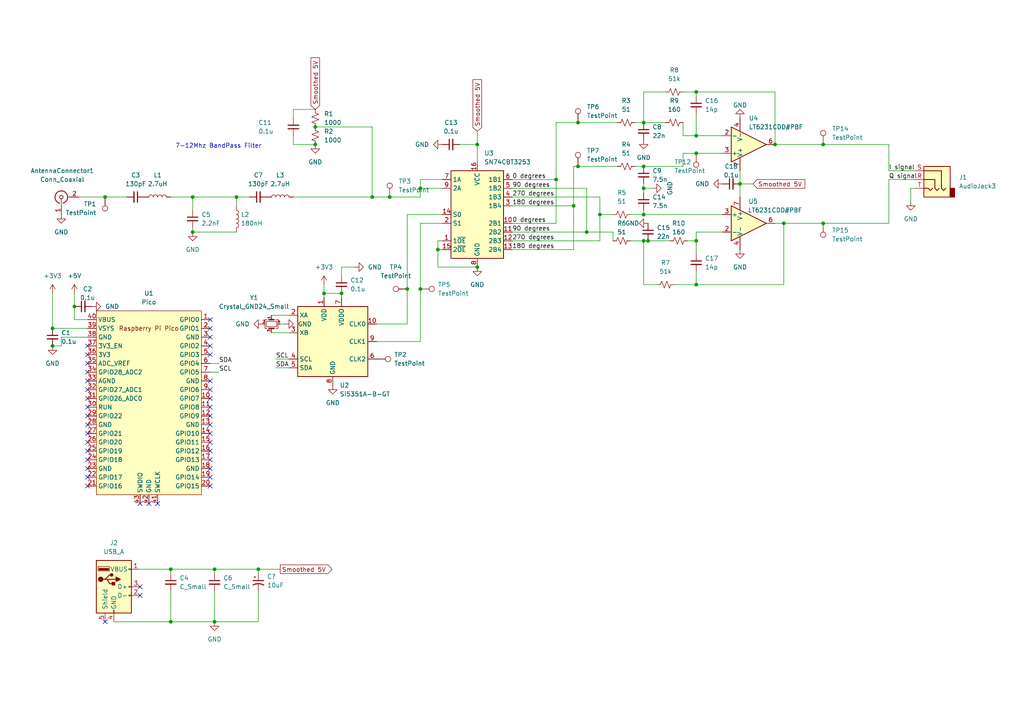
<source format=kicad_sch>
(kicad_sch (version 20211123) (generator eeschema)
  (paper "A4")
  (lib_symbols
    (symbol "Amplifier_Operational:OPA333xxD" (pin_names (offset 0.127))
      (property "Reference" "U" (at 0 6.35 0))
      (property "Value" "OPA333xxD" (at 0 3.81 0))
      (symbol "OPA333xxD_0_1"
        (polyline (pts (xy -5.08 5.08) (xy 5.08 0) (xy -5.08 -5.08) (xy -5.08 5.08)) (stroke (width 0.254)) (fill (type background)))
      )
      (symbol "OPA333xxD_1_1"
        (pin no_connect line (at -2.54 2.54 270) (length 2.54) hide (name "NC") (number "1"))
        (pin input line (at -7.62 -2.54 0) (length 2.54) (name "-") (number "2"))
        (pin input line (at -7.62 2.54 0) (length 2.54) (name "+") (number "3"))
        (pin power_in line (at -2.54 -7.62 90) (length 3.81) (name "V-") (number "4"))
        (pin no_connect line (at 0 2.54 270) (length 2.54) hide (name "NC") (number "5"))
        (pin output line (at 7.62 0 180) (length 2.54) (name "~") (number "6"))
        (pin power_in line (at -2.54 7.62 270) (length 3.81) (name "V+") (number "7"))
        (pin no_connect line (at 0 -2.54 90) (length 2.54) hide (name "NC") (number "8"))
      )
    )
    (symbol "Analog_Switch:SN74CBT3253"
      (property "Reference" "U" (at -7.62 13.97 0))
      (property "Value" "SN74CBT3253" (at -11.43 -13.97 0))
      (symbol "SN74CBT3253_0_1"
        (rectangle (start -7.62 12.7) (end 7.62 -12.7) (stroke (width 0.254)) (fill (type background)))
        (rectangle (start 7.62 -12.7) (end 7.62 -12.7))
      )
      (symbol "SN74CBT3253_1_1"
        (pin input line (at -10.16 -7.62 0) (length 2.54) (name "1~{OE}") (number "1"))
        (pin bidirectional line (at 10.16 -2.54 180) (length 2.54) (name "2B1") (number "10"))
        (pin bidirectional line (at 10.16 -5.08 180) (length 2.54) (name "2B2") (number "11"))
        (pin bidirectional line (at 10.16 -7.62 180) (length 2.54) (name "2B3") (number "12"))
        (pin bidirectional line (at 10.16 -10.16 180) (length 2.54) (name "2B4") (number "13"))
        (pin input line (at -10.16 0 0) (length 2.54) (name "S0") (number "14"))
        (pin input line (at -10.16 -10.16 0) (length 2.54) (name "2~{OE}") (number "15"))
        (pin power_in line (at 0 15.24 270) (length 2.54) (name "VCC") (number "16"))
        (pin input line (at -10.16 -2.54 0) (length 2.54) (name "S1") (number "2"))
        (pin bidirectional line (at 10.16 2.54 180) (length 2.54) (name "1B4") (number "3"))
        (pin bidirectional line (at 10.16 5.08 180) (length 2.54) (name "1B3") (number "4"))
        (pin bidirectional line (at 10.16 7.62 180) (length 2.54) (name "1B2") (number "5"))
        (pin bidirectional line (at 10.16 10.16 180) (length 2.54) (name "1B1") (number "6"))
        (pin bidirectional line (at -10.16 10.16 0) (length 2.54) (name "1A") (number "7"))
        (pin power_in line (at 0 -15.24 90) (length 2.54) (name "GND") (number "8"))
        (pin bidirectional line (at -10.16 7.62 0) (length 2.54) (name "2A") (number "9"))
      )
    )
    (symbol "Connector:AudioJack3"
      (property "Reference" "J" (at 0 8.89 0))
      (property "Value" "AudioJack3" (at 0 6.35 0))
      (symbol "AudioJack3_0_1"
        (rectangle (start -5.08 -5.08) (end -6.35 -2.54) (stroke (width 0.254)) (fill (type outline)))
        (polyline (pts (xy 0 -2.54) (xy 0.635 -3.175) (xy 1.27 -2.54) (xy 2.54 -2.54)) (stroke (width 0.254)))
        (polyline (pts (xy -1.905 -2.54) (xy -1.27 -3.175) (xy -0.635 -2.54) (xy -0.635 0) (xy 2.54 0)) (stroke (width 0.254)))
        (polyline (pts (xy 2.54 2.54) (xy -2.54 2.54) (xy -2.54 -2.54) (xy -3.175 -3.175) (xy -3.81 -2.54)) (stroke (width 0.254)))
        (rectangle (start 2.54 3.81) (end -5.08 -5.08) (stroke (width 0.254)) (fill (type background)))
      )
      (symbol "AudioJack3_1_1"
        (pin passive line (at 5.08 0 180) (length 2.54) (name "~") (number "R"))
        (pin passive line (at 5.08 2.54 180) (length 2.54) (name "~") (number "S"))
        (pin passive line (at 5.08 -2.54 180) (length 2.54) (name "~") (number "T"))
      )
    )
    (symbol "Connector:Conn_Coaxial" (pin_names (offset 1.016) hide)
      (property "Reference" "J" (at 0.254 3.048 0))
      (property "Value" "Conn_Coaxial" (at 2.921 0 90))
      (symbol "Conn_Coaxial_0_1"
        (arc (start -1.778 -0.508) (mid 0.2311 -1.8066) (end 1.778 0) (stroke (width 0.254)))
        (polyline (pts (xy -2.54 0) (xy -0.508 0)))
        (polyline (pts (xy 0 -2.54) (xy 0 -1.778)))
        (circle (center 0 0) (radius 0.508) (stroke (width 0.2032)))
        (arc (start 1.778 0) (mid 0.2099 1.8101) (end -1.778 0.508) (stroke (width 0.254)))
      )
      (symbol "Conn_Coaxial_1_1"
        (pin passive line (at -5.08 0 0) (length 2.54) (name "In") (number "1"))
        (pin passive line (at 0 -5.08 90) (length 2.54) (name "Ext") (number "2"))
      )
    )
    (symbol "Connector:TestPoint" (pin_numbers hide) (pin_names (offset 0.762) hide)
      (property "Reference" "TP" (at 0 6.858 0))
      (property "Value" "TestPoint" (at 0 5.08 0))
      (symbol "TestPoint_0_1"
        (circle (center 0 3.302) (radius 0.762))
      )
      (symbol "TestPoint_1_1"
        (pin passive line (at 0 0 90) (length 2.54) (name "1") (number "1"))
      )
    )
    (symbol "Connector:USB_A" (pin_names (offset 1.016))
      (property "Reference" "J" (at -5.08 11.43 0))
      (property "Value" "USB_A" (at -5.08 8.89 0))
      (symbol "USB_A_0_1"
        (rectangle (start -5.08 -7.62) (end 5.08 7.62) (stroke (width 0.254)) (fill (type background)))
        (circle (center -3.81 2.159) (radius 0.635) (stroke (width 0.254)) (fill (type outline)))
        (rectangle (start -1.524 4.826) (end -4.318 5.334) (fill (type outline)))
        (rectangle (start -1.27 4.572) (end -4.572 5.842))
        (circle (center -0.635 3.429) (radius 0.381) (stroke (width 0.254)) (fill (type outline)))
        (rectangle (start -0.127 -7.62) (end 0.127 -6.858))
        (polyline (pts (xy -3.175 2.159) (xy -2.54 2.159) (xy -1.27 3.429) (xy -0.635 3.429)) (stroke (width 0.254)))
        (polyline (pts (xy -2.54 2.159) (xy -1.905 2.159) (xy -1.27 0.889) (xy 0 0.889)) (stroke (width 0.254)))
        (polyline (pts (xy 0.635 2.794) (xy 0.635 1.524) (xy 1.905 2.159) (xy 0.635 2.794)) (stroke (width 0.254)) (fill (type outline)))
        (rectangle (start 0.254 1.27) (end -0.508 0.508) (stroke (width 0.254)) (fill (type outline)))
        (rectangle (start 5.08 -2.667) (end 4.318 -2.413))
        (rectangle (start 5.08 -0.127) (end 4.318 0.127))
        (rectangle (start 5.08 4.953) (end 4.318 5.207))
      )
      (symbol "USB_A_1_1"
        (polyline (pts (xy -1.905 2.159) (xy 0.635 2.159)) (stroke (width 0.254)))
        (pin power_in line (at 7.62 5.08 180) (length 2.54) (name "VBUS") (number "1"))
        (pin bidirectional line (at 7.62 -2.54 180) (length 2.54) (name "D-") (number "2"))
        (pin bidirectional line (at 7.62 0 180) (length 2.54) (name "D+") (number "3"))
        (pin power_in line (at 0 -10.16 90) (length 2.54) (name "GND") (number "4"))
        (pin passive line (at -2.54 -10.16 90) (length 2.54) (name "Shield") (number "5"))
      )
    )
    (symbol "Device:C_Polarized_Small_US" (pin_numbers hide) (pin_names (offset 0.254) hide)
      (property "Reference" "C" (at 0.254 1.778 0))
      (property "Value" "C_Polarized_Small_US" (at 0.254 -2.032 0))
      (symbol "C_Polarized_Small_US_0_1"
        (polyline (pts (xy -1.524 0.508) (xy 1.524 0.508)) (stroke (width 0.3048)))
        (polyline (pts (xy -1.27 1.524) (xy -0.762 1.524)))
        (polyline (pts (xy -1.016 1.27) (xy -1.016 1.778)))
        (arc (start 1.524 -0.762) (mid 0 -0.3734) (end -1.524 -0.762) (stroke (width 0.3048)))
      )
      (symbol "C_Polarized_Small_US_1_1"
        (pin passive line (at 0 2.54 270) (length 2.032) (name "~") (number "1"))
        (pin passive line (at 0 -2.54 90) (length 2.032) (name "~") (number "2"))
      )
    )
    (symbol "Device:C_Small" (pin_numbers hide) (pin_names (offset 0.254) hide)
      (property "Reference" "C" (at 0.254 1.778 0))
      (property "Value" "C_Small" (at 0.254 -2.032 0))
      (symbol "C_Small_0_1"
        (polyline (pts (xy -1.524 -0.508) (xy 1.524 -0.508)) (stroke (width 0.3302)))
        (polyline (pts (xy -1.524 0.508) (xy 1.524 0.508)) (stroke (width 0.3048)))
      )
      (symbol "C_Small_1_1"
        (pin passive line (at 0 2.54 270) (length 2.032) (name "~") (number "1"))
        (pin passive line (at 0 -2.54 90) (length 2.032) (name "~") (number "2"))
      )
    )
    (symbol "Device:Crystal_GND24_Small" (pin_names (offset 1.016) hide)
      (property "Reference" "Y" (at 1.27 4.445 0))
      (property "Value" "Crystal_GND24_Small" (at 1.27 2.54 0))
      (symbol "Crystal_GND24_Small_0_1"
        (rectangle (start -0.762 -1.524) (end 0.762 1.524))
        (polyline (pts (xy -1.27 -0.762) (xy -1.27 0.762)) (stroke (width 0.381)))
        (polyline (pts (xy 1.27 -0.762) (xy 1.27 0.762)) (stroke (width 0.381)))
        (polyline (pts (xy -1.27 -1.27) (xy -1.27 -1.905) (xy 1.27 -1.905) (xy 1.27 -1.27)))
        (polyline (pts (xy -1.27 1.27) (xy -1.27 1.905) (xy 1.27 1.905) (xy 1.27 1.27)))
      )
      (symbol "Crystal_GND24_Small_1_1"
        (pin passive line (at -2.54 0 0) (length 1.27) (name "1") (number "1"))
        (pin passive line (at 0 -2.54 90) (length 0.635) (name "2") (number "2"))
        (pin passive line (at 2.54 0 180) (length 1.27) (name "3") (number "3"))
        (pin passive line (at 0 2.54 270) (length 0.635) (name "4") (number "4"))
      )
    )
    (symbol "Device:L" (pin_numbers hide) (pin_names (offset 1.016) hide)
      (property "Reference" "L" (at -1.27 0 90))
      (property "Value" "L" (at 1.905 0 90))
      (symbol "L_0_1"
        (arc (start 0 -2.54) (mid 0.635 -1.905) (end 0 -1.27))
        (arc (start 0 -1.27) (mid 0.635 -0.635) (end 0 0))
        (arc (start 0 0) (mid 0.635 0.635) (end 0 1.27))
        (arc (start 0 1.27) (mid 0.635 1.905) (end 0 2.54))
      )
      (symbol "L_1_1"
        (pin passive line (at 0 3.81 270) (length 1.27) (name "1") (number "1"))
        (pin passive line (at 0 -3.81 90) (length 1.27) (name "2") (number "2"))
      )
    )
    (symbol "Device:R_Small_US" (pin_numbers hide) (pin_names (offset 0.254) hide)
      (property "Reference" "R" (at 0.762 0.508 0))
      (property "Value" "R_Small_US" (at 0.762 -1.016 0))
      (symbol "R_Small_US_1_1"
        (polyline (pts (xy 0 0) (xy 1.016 -0.381) (xy 0 -0.762) (xy -1.016 -1.143) (xy 0 -1.524)))
        (polyline (pts (xy 0 1.524) (xy 1.016 1.143) (xy 0 0.762) (xy -1.016 0.381) (xy 0 0)))
        (pin passive line (at 0 2.54 270) (length 1.016) (name "~") (number "1"))
        (pin passive line (at 0 -2.54 90) (length 1.016) (name "~") (number "2"))
      )
    )
    (symbol "MCU_RaspberryPi_and_Boards:Pico"
      (property "Reference" "U" (at -13.97 27.94 0))
      (property "Value" "Pico" (at 0 19.05 0))
      (symbol "Pico_0_0"
        (text "Raspberry Pi Pico" (at 0 21.59 0) (effects (font (size 1.27 1.27))))
      )
      (symbol "Pico_0_1"
        (rectangle (start -15.24 26.67) (end 15.24 -26.67) (fill (type background)))
      )
      (symbol "Pico_1_1"
        (pin bidirectional line (at -17.78 24.13 0) (length 2.54) (name "GPIO0") (number "1"))
        (pin bidirectional line (at -17.78 1.27 0) (length 2.54) (name "GPIO7") (number "10"))
        (pin bidirectional line (at -17.78 -1.27 0) (length 2.54) (name "GPIO8") (number "11"))
        (pin bidirectional line (at -17.78 -3.81 0) (length 2.54) (name "GPIO9") (number "12"))
        (pin power_in line (at -17.78 -6.35 0) (length 2.54) (name "GND") (number "13"))
        (pin bidirectional line (at -17.78 -8.89 0) (length 2.54) (name "GPIO10") (number "14"))
        (pin bidirectional line (at -17.78 -11.43 0) (length 2.54) (name "GPIO11") (number "15"))
        (pin bidirectional line (at -17.78 -13.97 0) (length 2.54) (name "GPIO12") (number "16"))
        (pin bidirectional line (at -17.78 -16.51 0) (length 2.54) (name "GPIO13") (number "17"))
        (pin power_in line (at -17.78 -19.05 0) (length 2.54) (name "GND") (number "18"))
        (pin bidirectional line (at -17.78 -21.59 0) (length 2.54) (name "GPIO14") (number "19"))
        (pin bidirectional line (at -17.78 21.59 0) (length 2.54) (name "GPIO1") (number "2"))
        (pin bidirectional line (at -17.78 -24.13 0) (length 2.54) (name "GPIO15") (number "20"))
        (pin bidirectional line (at 17.78 -24.13 180) (length 2.54) (name "GPIO16") (number "21"))
        (pin bidirectional line (at 17.78 -21.59 180) (length 2.54) (name "GPIO17") (number "22"))
        (pin power_in line (at 17.78 -19.05 180) (length 2.54) (name "GND") (number "23"))
        (pin bidirectional line (at 17.78 -16.51 180) (length 2.54) (name "GPIO18") (number "24"))
        (pin bidirectional line (at 17.78 -13.97 180) (length 2.54) (name "GPIO19") (number "25"))
        (pin bidirectional line (at 17.78 -11.43 180) (length 2.54) (name "GPIO20") (number "26"))
        (pin bidirectional line (at 17.78 -8.89 180) (length 2.54) (name "GPIO21") (number "27"))
        (pin power_in line (at 17.78 -6.35 180) (length 2.54) (name "GND") (number "28"))
        (pin bidirectional line (at 17.78 -3.81 180) (length 2.54) (name "GPIO22") (number "29"))
        (pin power_in line (at -17.78 19.05 0) (length 2.54) (name "GND") (number "3"))
        (pin input line (at 17.78 -1.27 180) (length 2.54) (name "RUN") (number "30"))
        (pin bidirectional line (at 17.78 1.27 180) (length 2.54) (name "GPIO26_ADC0") (number "31"))
        (pin bidirectional line (at 17.78 3.81 180) (length 2.54) (name "GPIO27_ADC1") (number "32"))
        (pin power_in line (at 17.78 6.35 180) (length 2.54) (name "AGND") (number "33"))
        (pin bidirectional line (at 17.78 8.89 180) (length 2.54) (name "GPIO28_ADC2") (number "34"))
        (pin power_in line (at 17.78 11.43 180) (length 2.54) (name "ADC_VREF") (number "35"))
        (pin power_in line (at 17.78 13.97 180) (length 2.54) (name "3V3") (number "36"))
        (pin input line (at 17.78 16.51 180) (length 2.54) (name "3V3_EN") (number "37"))
        (pin bidirectional line (at 17.78 19.05 180) (length 2.54) (name "GND") (number "38"))
        (pin power_in line (at 17.78 21.59 180) (length 2.54) (name "VSYS") (number "39"))
        (pin bidirectional line (at -17.78 16.51 0) (length 2.54) (name "GPIO2") (number "4"))
        (pin power_in line (at 17.78 24.13 180) (length 2.54) (name "VBUS") (number "40"))
        (pin input line (at -2.54 -29.21 90) (length 2.54) (name "SWCLK") (number "41"))
        (pin power_in line (at 0 -29.21 90) (length 2.54) (name "GND") (number "42"))
        (pin bidirectional line (at 2.54 -29.21 90) (length 2.54) (name "SWDIO") (number "43"))
        (pin bidirectional line (at -17.78 13.97 0) (length 2.54) (name "GPIO3") (number "5"))
        (pin bidirectional line (at -17.78 11.43 0) (length 2.54) (name "GPIO4") (number "6"))
        (pin bidirectional line (at -17.78 8.89 0) (length 2.54) (name "GPIO5") (number "7"))
        (pin power_in line (at -17.78 6.35 0) (length 2.54) (name "GND") (number "8"))
        (pin bidirectional line (at -17.78 3.81 0) (length 2.54) (name "GPIO6") (number "9"))
      )
    )
    (symbol "Oscillator:Si5351A-B-GT"
      (property "Reference" "U" (at -8.89 11.43 0))
      (property "Value" "Si5351A-B-GT" (at -12.7 -12.7 0))
      (symbol "Si5351A-B-GT_0_1"
        (rectangle (start -10.16 10.16) (end 10.16 -10.16) (stroke (width 0.254)) (fill (type background)))
      )
      (symbol "Si5351A-B-GT_1_1"
        (pin power_in line (at -2.54 12.7 270) (length 2.54) (name "VDD") (number "1"))
        (pin output line (at 12.7 5.08 180) (length 2.54) (name "CLK0") (number "10"))
        (pin input line (at -12.7 7.62 0) (length 2.54) (name "XA") (number "2"))
        (pin input line (at -12.7 2.54 0) (length 2.54) (name "XB") (number "3"))
        (pin input line (at -12.7 -5.08 0) (length 2.54) (name "SCL") (number "4"))
        (pin bidirectional line (at -12.7 -7.62 0) (length 2.54) (name "SDA") (number "5"))
        (pin output line (at 12.7 -5.08 180) (length 2.54) (name "CLK2") (number "6"))
        (pin power_in line (at 2.54 12.7 270) (length 2.54) (name "VDDO") (number "7"))
        (pin power_in line (at 0 -12.7 90) (length 2.54) (name "GND") (number "8"))
        (pin output line (at 12.7 0 180) (length 2.54) (name "CLK1") (number "9"))
      )
    )
    (symbol "power:+3.3V" (power) (pin_names (offset 0))
      (property "Value" "+3.3V" (at 0 3.556 0))
      (symbol "+3.3V_0_1"
        (polyline (pts (xy -0.762 1.27) (xy 0 2.54)))
        (polyline (pts (xy 0 0) (xy 0 2.54)))
        (polyline (pts (xy 0 2.54) (xy 0.762 1.27)))
      )
      (symbol "+3.3V_1_1"
        (pin power_in line (at 0 0 90) (length 0) hide (name "+3V3") (number "1"))
      )
    )
    (symbol "power:+5V" (power) (pin_names (offset 0))
      (property "Value" "+5V" (at 0 3.556 0))
      (symbol "+5V_0_1"
        (polyline (pts (xy -0.762 1.27) (xy 0 2.54)))
        (polyline (pts (xy 0 0) (xy 0 2.54)))
        (polyline (pts (xy 0 2.54) (xy 0.762 1.27)))
      )
      (symbol "+5V_1_1"
        (pin power_in line (at 0 0 90) (length 0) hide (name "+5V") (number "1"))
      )
    )
    (symbol "power:GND" (power) (pin_names (offset 0))
      (property "Value" "GND" (at 0 -3.81 0))
      (symbol "GND_0_1"
        (polyline (pts (xy 0 0) (xy 0 -1.27) (xy 1.27 -1.27) (xy 0 -2.54) (xy -1.27 -1.27) (xy 0 -1.27)))
      )
      (symbol "GND_1_1"
        (pin power_in line (at 0 0 270) (length 0) hide (name "GND") (number "1"))
      )
    )
  )
  (junction (at 113.03 57.15))
  (junction (at 107.95 57.15))
  (junction (at 170.18 67.31))
  (junction (at 49.53 165.1))
  (junction (at 138.43 41.91))
  (junction (at 166.37 59.69))
  (junction (at 186.69 69.85))
  (junction (at 201.93 39.37))
  (junction (at 187.96 69.85))
  (junction (at 55.88 57.15))
  (junction (at 227.33 64.77))
  (junction (at 91.44 36.83))
  (junction (at 138.43 77.47))
  (junction (at 201.93 69.85))
  (junction (at 201.93 44.45))
  (junction (at 62.23 165.1))
  (junction (at 30.48 57.15))
  (junction (at 91.44 41.91))
  (junction (at 186.69 48.26))
  (junction (at 118.11 83.82))
  (junction (at 15.24 95.25))
  (junction (at 238.76 41.91))
  (junction (at 224.79 41.91))
  (junction (at 62.23 180.34))
  (junction (at 49.53 180.34))
  (junction (at 238.76 64.77))
  (junction (at 161.29 52.07))
  (junction (at 15.24 100.33))
  (junction (at 121.92 54.61))
  (junction (at 201.93 26.67))
  (junction (at 186.69 62.23))
  (junction (at 74.93 165.1))
  (junction (at 55.88 67.31))
  (junction (at 186.69 35.56))
  (junction (at 99.06 85.09))
  (junction (at 186.69 54.61))
  (junction (at 173.99 62.23))
  (junction (at 93.98 85.09))
  (junction (at 201.93 82.55))
  (junction (at 68.58 57.15))
  (junction (at 214.63 53.34))
  (junction (at 167.64 35.56))
  (junction (at 167.64 48.26))
  (junction (at 121.92 83.82))
  (junction (at 127 72.39))
  (junction (at 21.59 88.9))
  (no_connect (at 40.64 172.72))
  (no_connect (at 40.64 170.18))
  (no_connect (at 30.48 180.34))
  (no_connect (at 25.4 100.33))
  (no_connect (at 25.4 105.41))
  (no_connect (at 25.4 102.87))
  (no_connect (at 60.96 102.87))
  (no_connect (at 60.96 100.33))
  (no_connect (at 60.96 97.79))
  (no_connect (at 60.96 95.25))
  (no_connect (at 60.96 92.71))
  (no_connect (at 25.4 107.95))
  (no_connect (at 25.4 115.57))
  (no_connect (at 25.4 113.03))
  (no_connect (at 25.4 110.49))
  (no_connect (at 25.4 123.19))
  (no_connect (at 25.4 125.73))
  (no_connect (at 25.4 118.11))
  (no_connect (at 25.4 120.65))
  (no_connect (at 25.4 140.97))
  (no_connect (at 25.4 138.43))
  (no_connect (at 25.4 128.27))
  (no_connect (at 25.4 130.81))
  (no_connect (at 25.4 133.35))
  (no_connect (at 25.4 135.89))
  (no_connect (at 60.96 113.03))
  (no_connect (at 60.96 110.49))
  (no_connect (at 45.72 146.05))
  (no_connect (at 40.64 146.05))
  (no_connect (at 43.18 146.05))
  (no_connect (at 60.96 115.57))
  (no_connect (at 60.96 118.11))
  (no_connect (at 60.96 120.65))
  (no_connect (at 60.96 123.19))
  (no_connect (at 60.96 133.35))
  (no_connect (at 60.96 130.81))
  (no_connect (at 60.96 128.27))
  (no_connect (at 60.96 125.73))
  (no_connect (at 60.96 135.89))
  (no_connect (at 60.96 138.43))
  (no_connect (at 60.96 140.97))
  (wire (pts (xy 128.27 69.85) (xy 127 69.85)))
  (wire (pts (xy 63.5 105.41) (xy 60.96 105.41)))
  (wire (pts (xy 182.88 69.85) (xy 186.69 69.85)))
  (wire (pts (xy 78.74 91.44) (xy 83.82 91.44)))
  (wire (pts (xy 184.15 35.56) (xy 186.69 35.56)))
  (wire (pts (xy 257.81 41.91) (xy 257.81 49.53)))
  (wire (pts (xy 21.59 88.9) (xy 21.59 92.71)))
  (wire (pts (xy 121.92 54.61) (xy 121.92 57.15)))
  (wire (pts (xy 224.79 41.91) (xy 238.76 41.91)))
  (wire (pts (xy 91.44 36.83) (xy 107.95 36.83)))
  (wire (pts (xy 182.88 62.23) (xy 186.69 62.23)))
  (wire (pts (xy 85.09 57.15) (xy 107.95 57.15)))
  (wire (pts (xy 198.12 48.26) (xy 198.12 44.45)))
  (wire (pts (xy 49.53 57.15) (xy 55.88 57.15)))
  (wire (pts (xy 227.33 64.77) (xy 238.76 64.77)))
  (wire (pts (xy 80.01 104.14) (xy 83.82 104.14)))
  (wire (pts (xy 30.48 57.15) (xy 36.83 57.15)))
  (wire (pts (xy 184.15 48.26) (xy 186.69 48.26)))
  (wire (pts (xy 186.69 26.67) (xy 186.69 35.56)))
  (wire (pts (xy 224.79 64.77) (xy 227.33 64.77)))
  (wire (pts (xy 93.98 85.09) (xy 93.98 86.36)))
  (wire (pts (xy 201.93 26.67) (xy 201.93 27.94)))
  (wire (pts (xy 74.93 165.1) (xy 74.93 166.37)))
  (wire (pts (xy 21.59 85.09) (xy 21.59 88.9)))
  (wire (pts (xy 186.69 53.34) (xy 186.69 54.61)))
  (wire (pts (xy 15.24 95.25) (xy 25.4 95.25)))
  (wire (pts (xy 166.37 59.69) (xy 166.37 48.26)))
  (wire (pts (xy 74.93 180.34) (xy 62.23 180.34)))
  (wire (pts (xy 15.24 85.09) (xy 15.24 95.25)))
  (wire (pts (xy 257.81 49.53) (xy 265.43 49.53)))
  (wire (pts (xy 201.93 67.31) (xy 201.93 69.85)))
  (wire (pts (xy 33.02 180.34) (xy 49.53 180.34)))
  (wire (pts (xy 118.11 62.23) (xy 128.27 62.23)))
  (wire (pts (xy 107.95 57.15) (xy 113.03 57.15)))
  (wire (pts (xy 127 72.39) (xy 128.27 72.39)))
  (wire (pts (xy 85.09 31.75) (xy 91.44 31.75)))
  (wire (pts (xy 49.53 180.34) (xy 49.53 171.45)))
  (wire (pts (xy 209.55 67.31) (xy 201.93 67.31)))
  (wire (pts (xy 161.29 64.77) (xy 161.29 52.07)))
  (wire (pts (xy 85.09 39.37) (xy 85.09 41.91)))
  (wire (pts (xy 74.93 171.45) (xy 74.93 180.34)))
  (wire (pts (xy 62.23 165.1) (xy 62.23 166.37)))
  (wire (pts (xy 167.64 48.26) (xy 179.07 48.26)))
  (wire (pts (xy 80.01 106.68) (xy 83.82 106.68)))
  (wire (pts (xy 113.03 57.15) (xy 121.92 57.15)))
  (wire (pts (xy 17.78 97.79) (xy 17.78 100.33)))
  (wire (pts (xy 109.22 93.98) (xy 118.11 93.98)))
  (wire (pts (xy 201.93 39.37) (xy 209.55 39.37)))
  (wire (pts (xy 99.06 77.47) (xy 102.87 77.47)))
  (wire (pts (xy 121.92 52.07) (xy 121.92 54.61)))
  (wire (pts (xy 161.29 52.07) (xy 161.29 35.56)))
  (wire (pts (xy 118.11 83.82) (xy 118.11 62.23)))
  (wire (pts (xy 187.96 69.85) (xy 194.31 69.85)))
  (wire (pts (xy 68.58 57.15) (xy 68.58 59.69)))
  (wire (pts (xy 121.92 52.07) (xy 128.27 52.07)))
  (wire (pts (xy 49.53 165.1) (xy 49.53 166.37)))
  (wire (pts (xy 55.88 57.15) (xy 55.88 60.96)))
  (wire (pts (xy 198.12 44.45) (xy 201.93 44.45)))
  (wire (pts (xy 93.98 82.55) (xy 93.98 85.09)))
  (wire (pts (xy 166.37 72.39) (xy 166.37 59.69)))
  (wire (pts (xy 170.18 67.31) (xy 177.8 67.31)))
  (wire (pts (xy 193.04 26.67) (xy 186.69 26.67)))
  (wire (pts (xy 186.69 69.85) (xy 186.69 82.55)))
  (wire (pts (xy 264.16 54.61) (xy 265.43 54.61)))
  (wire (pts (xy 121.92 54.61) (xy 128.27 54.61)))
  (wire (pts (xy 201.93 33.02) (xy 201.93 39.37)))
  (wire (pts (xy 186.69 48.26) (xy 198.12 48.26)))
  (wire (pts (xy 186.69 54.61) (xy 189.23 54.61)))
  (wire (pts (xy 99.06 86.36) (xy 99.06 85.09)))
  (wire (pts (xy 227.33 64.77) (xy 227.33 82.55)))
  (wire (pts (xy 170.18 54.61) (xy 170.18 67.31)))
  (wire (pts (xy 186.69 62.23) (xy 209.55 62.23)))
  (wire (pts (xy 62.23 165.1) (xy 74.93 165.1)))
  (wire (pts (xy 148.59 52.07) (xy 161.29 52.07)))
  (wire (pts (xy 55.88 67.31) (xy 55.88 66.04)))
  (wire (pts (xy 68.58 67.31) (xy 55.88 67.31)))
  (wire (pts (xy 62.23 180.34) (xy 49.53 180.34)))
  (wire (pts (xy 81.28 93.98) (xy 82.55 93.98)))
  (wire (pts (xy 186.69 35.56) (xy 193.04 35.56)))
  (wire (pts (xy 198.12 39.37) (xy 198.12 35.56)))
  (wire (pts (xy 214.63 49.53) (xy 214.63 53.34)))
  (wire (pts (xy 127 69.85) (xy 127 72.39)))
  (wire (pts (xy 148.59 67.31) (xy 170.18 67.31)))
  (wire (pts (xy 148.59 64.77) (xy 161.29 64.77)))
  (wire (pts (xy 224.79 26.67) (xy 224.79 41.91)))
  (wire (pts (xy 218.44 53.34) (xy 214.63 53.34)))
  (wire (pts (xy 85.09 41.91) (xy 91.44 41.91)))
  (wire (pts (xy 148.59 72.39) (xy 166.37 72.39)))
  (wire (pts (xy 199.39 69.85) (xy 201.93 69.85)))
  (wire (pts (xy 148.59 54.61) (xy 170.18 54.61)))
  (wire (pts (xy 173.99 57.15) (xy 173.99 62.23)))
  (wire (pts (xy 93.98 85.09) (xy 99.06 85.09)))
  (wire (pts (xy 121.92 83.82) (xy 121.92 64.77)))
  (wire (pts (xy 173.99 62.23) (xy 177.8 62.23)))
  (wire (pts (xy 138.43 41.91) (xy 138.43 46.99)))
  (wire (pts (xy 173.99 62.23) (xy 173.99 69.85)))
  (wire (pts (xy 78.74 96.52) (xy 83.82 96.52)))
  (wire (pts (xy 227.33 82.55) (xy 201.93 82.55)))
  (wire (pts (xy 121.92 64.77) (xy 128.27 64.77)))
  (wire (pts (xy 148.59 59.69) (xy 166.37 59.69)))
  (wire (pts (xy 257.81 52.07) (xy 265.43 52.07)))
  (wire (pts (xy 62.23 171.45) (xy 62.23 180.34)))
  (wire (pts (xy 186.69 62.23) (xy 186.69 60.96)))
  (wire (pts (xy 55.88 57.15) (xy 68.58 57.15)))
  (wire (pts (xy 201.93 44.45) (xy 209.55 44.45)))
  (wire (pts (xy 63.5 107.95) (xy 60.96 107.95)))
  (wire (pts (xy 166.37 48.26) (xy 167.64 48.26)))
  (wire (pts (xy 21.59 92.71) (xy 25.4 92.71)))
  (wire (pts (xy 264.16 58.42) (xy 264.16 54.61)))
  (wire (pts (xy 257.81 64.77) (xy 257.81 52.07)))
  (wire (pts (xy 127 72.39) (xy 127 77.47)))
  (wire (pts (xy 133.35 41.91) (xy 138.43 41.91)))
  (wire (pts (xy 161.29 35.56) (xy 167.64 35.56)))
  (wire (pts (xy 22.86 57.15) (xy 30.48 57.15)))
  (wire (pts (xy 99.06 80.01) (xy 99.06 77.47)))
  (wire (pts (xy 214.63 53.34) (xy 214.63 57.15)))
  (wire (pts (xy 74.93 165.1) (xy 81.28 165.1)))
  (wire (pts (xy 177.8 67.31) (xy 177.8 69.85)))
  (wire (pts (xy 238.76 41.91) (xy 257.81 41.91)))
  (wire (pts (xy 198.12 26.67) (xy 201.93 26.67)))
  (wire (pts (xy 109.22 99.06) (xy 121.92 99.06)))
  (wire (pts (xy 195.58 82.55) (xy 201.93 82.55)))
  (wire (pts (xy 17.78 97.79) (xy 25.4 97.79)))
  (wire (pts (xy 186.69 69.85) (xy 187.96 69.85)))
  (wire (pts (xy 68.58 57.15) (xy 72.39 57.15)))
  (wire (pts (xy 148.59 57.15) (xy 173.99 57.15)))
  (wire (pts (xy 201.93 82.55) (xy 201.93 78.74)))
  (wire (pts (xy 118.11 93.98) (xy 118.11 83.82)))
  (wire (pts (xy 186.69 82.55) (xy 190.5 82.55)))
  (wire (pts (xy 201.93 69.85) (xy 201.93 73.66)))
  (wire (pts (xy 201.93 26.67) (xy 224.79 26.67)))
  (wire (pts (xy 138.43 38.1) (xy 138.43 41.91)))
  (wire (pts (xy 127 77.47) (xy 138.43 77.47)))
  (wire (pts (xy 107.95 36.83) (xy 107.95 57.15)))
  (wire (pts (xy 49.53 165.1) (xy 62.23 165.1)))
  (wire (pts (xy 17.78 100.33) (xy 15.24 100.33)))
  (wire (pts (xy 85.09 34.29) (xy 85.09 31.75)))
  (wire (pts (xy 40.64 165.1) (xy 49.53 165.1)))
  (wire (pts (xy 167.64 35.56) (xy 179.07 35.56)))
  (wire (pts (xy 198.12 39.37) (xy 201.93 39.37)))
  (wire (pts (xy 148.59 69.85) (xy 173.99 69.85)))
  (wire (pts (xy 238.76 64.77) (xy 257.81 64.77)))
  (wire (pts (xy 186.69 54.61) (xy 186.69 55.88)))
  (wire (pts (xy 121.92 99.06) (xy 121.92 83.82)))
  (text "7-12Mhz BandPass Filter\n" (at 50.8 43.18 0) (effects (font (size 1.27 1.27)) (justify left bottom)))
  (label "SDA" (at 80.01 106.68 0))
  (label "180 degrees" (at 148.59 59.69 0))
  (label "180 degrees" (at 148.59 72.39 0))
  (label "270 degrees" (at 148.59 57.15 0))
  (label "SCL" (at 63.5 107.95 0))
  (label "90 degrees" (at 148.59 54.61 0))
  (label "90 degrees" (at 148.59 67.31 0))
  (label "0 degrees" (at 148.59 64.77 0))
  (label "SDA" (at 63.5 105.41 0))
  (label "270 degrees" (at 148.59 69.85 0))
  (label "Q signal" (at 257.81 52.07 0))
  (label "0 degrees" (at 148.59 52.07 0))
  (label "I signal" (at 257.81 49.53 0))
  (label "SCL" (at 80.01 104.14 0))
  (global_label "Smoothed 5V" (shape input) (at 218.44 53.34 0) (property "Intersheet References" "${INTERSHEET_REFS}" (effects hide)))
  (global_label "Smoothed 5V" (shape output) (at 81.28 165.1 0) (property "Intersheet References" "${INTERSHEET_REFS}" (effects hide)))
  (global_label "Smoothed 5V" (shape input) (at 138.43 38.1 90) (property "Intersheet References" "${INTERSHEET_REFS}" (effects hide)))
  (global_label "Smoothed 5V" (shape input) (at 91.44 31.75 90) (property "Intersheet References" "${INTERSHEET_REFS}" (effects hide)))
  (symbol (lib_id "power:GND") (at 138.43 77.47 0) (unit 1)
    (property "Reference" "#PWR013" (effects hide))
    (property "Value" "GND" (at 138.43 82.55 0))
  )
  (symbol (lib_id "Device:C_Small") (at 212.09 53.34 90) (unit 1)
    (property "Reference" "C18" (at 212.09 48.26 90))
    (property "Value" "0.1u" (at 212.09 50.8 90))
  )
  (symbol (lib_id "Device:L") (at 81.28 57.15 90) (unit 1)
    (property "Reference" "L3" (at 81.28 50.8 90))
    (property "Value" "2.7uH" (at 81.28 53.34 90))
  )
  (symbol (lib_id "Device:R_Small_US") (at 91.44 39.37 0) (unit 1)
    (property "Reference" "R2" (at 93.98 38.0999 0) (effects (justify left)))
    (property "Value" "1000" (at 93.98 40.6399 0) (effects (justify left)))
  )
  (symbol (lib_id "Device:C_Small") (at 186.69 58.42 0) (unit 1)
    (property "Reference" "C14" (at 189.23 57.1562 0) (effects (justify left)))
    (property "Value" "7.5n" (at 189.23 59.6962 0) (effects (justify left)))
  )
  (symbol (lib_id "Device:C_Small") (at 187.96 67.31 0) (unit 1)
    (property "Reference" "C15" (at 190.5 66.0462 0) (effects (justify left)))
    (property "Value" "22n" (at 190.5 68.5862 0) (effects (justify left)))
  )
  (symbol (lib_id "Connector:TestPoint") (at 167.64 35.56 0) (unit 1)
    (property "Reference" "TP6" (at 170.18 30.9879 0) (effects (justify left)))
    (property "Value" "TestPoint" (at 170.18 33.5279 0) (effects (justify left)))
  )
  (symbol (lib_id "Device:C_Small") (at 24.13 88.9 90) (unit 1)
    (property "Reference" "C2" (at 25.4 83.82 90))
    (property "Value" "0.1u" (at 25.4 86.36 90))
  )
  (symbol (lib_id "power:GND") (at 209.55 53.34 270) (unit 1)
    (property "Reference" "#PWR0102" (effects hide))
    (property "Value" "GND" (at 205.74 53.3399 90) (effects (justify right)))
  )
  (symbol (lib_id "Connector:TestPoint") (at 201.93 44.45 180) (unit 1)
    (property "Reference" "TP12" (at 195.58 46.99 0) (effects (justify right)))
    (property "Value" "TestPoint" (at 195.58 49.53 0) (effects (justify right)))
  )
  (symbol (lib_id "power:GND") (at 189.23 54.61 90) (unit 1)
    (property "Reference" "#PWR015" (effects hide))
    (property "Value" "GND" (at 194.31 54.61 0))
  )
  (symbol (lib_id "Device:C_Small") (at 74.93 57.15 90) (unit 1)
    (property "Reference" "C7" (at 74.9363 50.8 90))
    (property "Value" "130pF" (at 74.9363 53.34 90))
  )
  (symbol (lib_id "Device:C_Small") (at 15.24 97.79 0) (unit 1)
    (property "Reference" "C1" (at 17.78 96.5262 0) (effects (justify left)))
    (property "Value" "0.1u" (at 17.78 99.0662 0) (effects (justify left)))
  )
  (symbol (lib_id "Device:C_Small") (at 39.37 57.15 270) (unit 1)
    (property "Reference" "C3" (at 39.3636 50.8 90))
    (property "Value" "130pF" (at 39.3636 53.34 90))
  )
  (symbol (lib_id "Oscillator:Si5351A-B-GT") (at 96.52 99.06 0) (unit 1)
    (property "Reference" "U2" (at 98.5394 111.76 0) (effects (justify left)))
    (property "Value" "Si5351A-B-GT" (at 98.5394 114.3 0) (effects (justify left)))
    (property "Footprint" "Package_SO:MSOP-10_3x3mm_P0.5mm" (effects hide))
    (property "Datasheet" "https://www.silabs.com/documents/public/data-sheets/Si5351-B.pdf" (effects hide))
  )
  (symbol (lib_id "power:GND") (at 214.63 72.39 0) (unit 1)
    (property "Reference" "#PWR019" (effects hide))
    (property "Value" "GND" (at 214.63 77.47 0))
  )
  (symbol (lib_id "Device:C_Polarized_Small_US") (at 74.93 168.91 0) (unit 1)
    (property "Reference" "C?" (at 77.47 167.2081 0) (effects (justify left)))
    (property "Value" "10uF" (at 77.47 169.7481 0) (effects (justify left)))
  )
  (symbol (lib_id "power:GND") (at 76.2 93.98 270) (unit 1)
    (property "Reference" "#PWR06" (effects hide))
    (property "Value" "GND" (at 72.39 93.98 90) (effects (justify right)))
  )
  (symbol (lib_id "Connector:Conn_Coaxial") (at 17.78 57.15 90) (unit 1)
    (property "Reference" "AntennaConnector1" (at 18.0732 49.53 90))
    (property "Value" "Conn_Coaxial" (at 18.0732 52.07 90))
    (property "Datasheet" " ~" (effects hide))
  )
  (symbol (lib_id "power:+5V") (at 21.59 85.09 0) (unit 1)
    (property "Reference" "#PWR04" (effects hide))
    (property "Value" "+5V" (at 21.59 80.01 0))
  )
  (symbol (lib_id "Connector:TestPoint") (at 121.92 83.82 270) (unit 1)
    (property "Reference" "TP5" (at 127 82.5499 90) (effects (justify left)))
    (property "Value" "TestPoint" (at 127 85.0899 90) (effects (justify left)))
  )
  (symbol (lib_id "Device:C_Small") (at 49.53 168.91 0) (unit 1)
    (property "Reference" "C4" (at 52.07 167.6462 0) (effects (justify left)))
    (property "Value" "C_Small" (at 52.07 170.1862 0) (effects (justify left)))
  )
  (symbol (lib_id "Device:R_Small_US") (at 193.04 82.55 90) (unit 1)
    (property "Reference" "R7" (at 193.04 76.2 90))
    (property "Value" "51k" (at 193.04 78.74 90))
  )
  (symbol (lib_id "Connector:TestPoint") (at 238.76 64.77 180) (unit 1)
    (property "Reference" "TP15" (at 241.3 66.8019 0) (effects (justify right)))
    (property "Value" "TestPoint" (at 241.3 69.3419 0) (effects (justify right)))
  )
  (symbol (lib_id "Analog_Switch:SN74CBT3253") (at 138.43 62.23 0) (unit 1)
    (property "Reference" "U3" (at 140.4494 44.45 0) (effects (justify left)))
    (property "Value" "SN74CBT3253" (at 140.4494 46.99 0) (effects (justify left)))
    (property "Datasheet" "http://www.ti.com/lit/gpn/sn74cbt3253" (effects hide))
  )
  (symbol (lib_id "power:GND") (at 186.69 40.64 0) (unit 1)
    (property "Reference" "#PWR014" (effects hide))
    (property "Value" "GND" (at 186.69 45.72 0))
  )
  (symbol (lib_id "power:+3.3V") (at 93.98 82.55 0) (unit 1)
    (property "Reference" "#PWR010" (effects hide))
    (property "Value" "+3.3V" (at 93.98 77.47 0))
  )
  (symbol (lib_id "power:GND") (at 187.96 64.77 270) (unit 1)
    (property "Reference" "#PWR0104" (effects hide))
    (property "Value" "GND" (at 185.42 64.77 90) (effects (justify right)))
  )
  (symbol (lib_id "Device:R_Small_US") (at 181.61 48.26 90) (unit 1)
    (property "Reference" "R4" (at 181.61 41.91 90))
    (property "Value" "51" (at 181.61 44.45 90))
  )
  (symbol (lib_id "Connector:TestPoint") (at 113.03 57.15 0) (unit 1)
    (property "Reference" "TP3" (at 115.57 52.5779 0) (effects (justify left)))
    (property "Value" "TestPoint" (at 115.57 55.1179 0) (effects (justify left)))
  )
  (symbol (lib_id "Device:C_Small") (at 85.09 36.83 180) (unit 1)
    (property "Reference" "C11" (at 74.93 35.56 0) (effects (justify right)))
    (property "Value" "0.1u" (at 74.93 38.1 0) (effects (justify right)))
  )
  (symbol (lib_id "Amplifier_Operational:OPA333xxD") (at 217.17 64.77 0) (unit 1)
    (property "Reference" "U5" (at 218.44 58.42 0))
    (property "Value" "LT6231CDD#PBF" (at 224.79 60.96 0))
    (property "Footprint" "Package_SO:SOIC-8_3.9x4.9mm_P1.27mm" (effects hide))
    (property "Datasheet" "https://www.analog.com/media/en/technical-documentation/data-sheets/623012fc.pdf" (effects hide))
  )
  (symbol (lib_id "Device:C_Small") (at 130.81 41.91 90) (unit 1)
    (property "Reference" "C13" (at 130.8163 35.56 90))
    (property "Value" "0.1u" (at 130.8163 38.1 90))
  )
  (symbol (lib_id "Device:C_Small") (at 201.93 30.48 0) (unit 1)
    (property "Reference" "C16" (at 204.47 29.2162 0) (effects (justify left)))
    (property "Value" "14p" (at 204.47 31.7562 0) (effects (justify left)))
  )
  (symbol (lib_id "Connector:USB_A") (at 33.02 170.18 0) (unit 1)
    (property "Reference" "J2" (at 33.02 157.48 0))
    (property "Value" "USB_A" (at 33.02 160.02 0))
    (property "Datasheet" " ~" (effects hide))
  )
  (symbol (lib_id "power:GND") (at 128.27 41.91 270) (mirror x) (unit 1)
    (property "Reference" "#PWR0105" (effects hide))
    (property "Value" "GND" (at 124.46 41.9099 90) (effects (justify right)))
  )
  (symbol (lib_id "power:GND") (at 62.23 180.34 0) (unit 1)
    (property "Reference" "#PWR0107" (effects hide))
    (property "Value" "GND" (at 62.23 185.42 0))
  )
  (symbol (lib_id "Device:C_Small") (at 55.88 63.5 0) (unit 1)
    (property "Reference" "C5" (at 58.42 62.2362 0) (effects (justify left)))
    (property "Value" "2.2nF" (at 58.42 64.7762 0) (effects (justify left)))
  )
  (symbol (lib_id "power:GND") (at 17.78 62.23 0) (unit 1)
    (property "Reference" "#PWR02" (effects hide))
    (property "Value" "GND" (at 17.78 67.31 0))
  )
  (symbol (lib_id "Device:C_Small") (at 201.93 76.2 0) (unit 1)
    (property "Reference" "C17" (at 204.47 74.9362 0) (effects (justify left)))
    (property "Value" "14p" (at 204.47 77.4762 0) (effects (justify left)))
  )
  (symbol (lib_id "Device:R_Small_US") (at 181.61 35.56 90) (unit 1)
    (property "Reference" "R3" (at 181.61 29.21 90))
    (property "Value" "51" (at 181.61 31.75 90))
  )
  (symbol (lib_id "Connector:AudioJack3") (at 270.51 52.07 0) (mirror y) (unit 1)
    (property "Reference" "J1" (at 278.13 51.4349 0) (effects (justify right)))
    (property "Value" "AudioJack3" (at 278.13 53.9749 0) (effects (justify right)))
  )
  (symbol (lib_id "Connector:TestPoint") (at 109.22 104.14 270) (unit 1)
    (property "Reference" "TP2" (at 114.3 102.8699 90) (effects (justify left)))
    (property "Value" "TestPoint" (at 114.3 105.4099 90) (effects (justify left)))
  )
  (symbol (lib_id "Device:Crystal_GND24_Small") (at 78.74 93.98 270) (unit 1)
    (property "Reference" "Y1" (at 73.66 86.36 90))
    (property "Value" "Crystal_GND24_Small" (at 73.66 88.9 90))
    (property "Footprint" "Crystal:Crystal_SMD_TXC_7M-4Pin_3.2x2.5mm" (effects hide))
    (property "Datasheet" "https://media.digikey.com/pdf/Data%20Sheets/AVX%20PDFs/CX3225SB_UKY1C-H1-16355-00_Spec.pdf" (effects hide))
  )
  (symbol (lib_id "power:GND") (at 264.16 58.42 0) (unit 1)
    (property "Reference" "#PWR021" (effects hide))
    (property "Value" "GND" (at 264.16 63.5 0))
  )
  (symbol (lib_id "Device:R_Small_US") (at 180.34 69.85 90) (unit 1)
    (property "Reference" "R6" (at 180.34 64.77 90))
    (property "Value" "51" (at 180.34 67.31 90))
  )
  (symbol (lib_id "Connector:TestPoint") (at 238.76 41.91 0) (unit 1)
    (property "Reference" "TP14" (at 241.3 37.3379 0) (effects (justify left)))
    (property "Value" "TestPoint" (at 241.3 39.8779 0) (effects (justify left)))
  )
  (symbol (lib_id "power:GND") (at 26.67 88.9 90) (unit 1)
    (property "Reference" "#PWR0109" (effects hide))
    (property "Value" "GND" (at 30.48 88.8999 90) (effects (justify right)))
  )
  (symbol (lib_id "Connector:TestPoint") (at 118.11 83.82 90) (unit 1)
    (property "Reference" "TP4" (at 114.808 77.47 90))
    (property "Value" "TestPoint" (at 114.808 80.01 90))
  )
  (symbol (lib_id "MCU_RaspberryPi_and_Boards:Pico") (at 43.18 116.84 0) (mirror y) (unit 1)
    (property "Reference" "U1" (at 43.18 85.09 0))
    (property "Value" "Pico" (at 43.18 87.63 0))
    (property "Footprint" "RPi_Pico:RPi_Pico_SMD_TH" (effects hide))
  )
  (symbol (lib_id "Device:C_Small") (at 99.06 82.55 0) (unit 1)
    (property "Reference" "C12" (at 101.6 81.2862 0) (effects (justify left)))
    (property "Value" "0.1u" (at 101.6 83.8262 0) (effects (justify left)))
  )
  (symbol (lib_id "Device:R_Small_US") (at 91.44 34.29 0) (unit 1)
    (property "Reference" "R1" (at 93.98 33.0199 0) (effects (justify left)))
    (property "Value" "1000" (at 93.98 35.5599 0) (effects (justify left)))
  )
  (symbol (lib_id "Connector:TestPoint") (at 30.48 57.15 0) (mirror x) (unit 1)
    (property "Reference" "TP1" (at 27.94 59.1819 0) (effects (justify right)))
    (property "Value" "TestPoint" (at 27.94 61.7219 0) (effects (justify right)))
  )
  (symbol (lib_id "Device:L") (at 68.58 63.5 0) (unit 1)
    (property "Reference" "L2" (at 69.85 62.2299 0) (effects (justify left)))
    (property "Value" "180nH" (at 69.85 64.7699 0) (effects (justify left)))
  )
  (symbol (lib_id "power:GND") (at 214.63 34.29 0) (mirror x) (unit 1)
    (property "Reference" "#PWR018" (effects hide))
    (property "Value" "GND" (at 214.63 30.48 0))
  )
  (symbol (lib_id "Device:R_Small_US") (at 180.34 62.23 90) (unit 1)
    (property "Reference" "R5" (at 180.34 55.88 90))
    (property "Value" "51" (at 180.34 58.42 90))
  )
  (symbol (lib_id "Device:L") (at 45.72 57.15 90) (unit 1)
    (property "Reference" "L1" (at 45.72 50.8 90))
    (property "Value" "2.7uH" (at 45.72 53.34 90))
  )
  (symbol (lib_id "Device:C_Small") (at 62.23 168.91 0) (unit 1)
    (property "Reference" "C6" (at 64.77 167.6462 0) (effects (justify left)))
    (property "Value" "C_Small" (at 64.77 170.1862 0) (effects (justify left)))
  )
  (symbol (lib_id "power:GND") (at 15.24 100.33 0) (unit 1)
    (property "Reference" "#PWR03" (effects hide))
    (property "Value" "GND" (at 15.24 105.41 0))
  )
  (symbol (lib_id "Amplifier_Operational:OPA333xxD") (at 217.17 41.91 0) (mirror x) (unit 1)
    (property "Reference" "U4" (at 217.17 34.29 0) (effects (justify left)))
    (property "Value" "LT6231CDD#PBF" (at 217.17 36.83 0) (effects (justify left)))
    (property "Footprint" "Package_SO:SOIC-8_3.9x4.9mm_P1.27mm" (effects hide))
    (property "Datasheet" "https://www.analog.com/media/en/technical-documentation/data-sheets/623012fc.pdf" (effects hide))
  )
  (symbol (lib_id "power:GND") (at 82.55 93.98 90) (unit 1)
    (property "Reference" "#PWR07" (effects hide))
    (property "Value" "GND" (at 86.36 93.98 90) (effects (justify right)))
  )
  (symbol (lib_id "power:GND") (at 96.52 111.76 0) (unit 1)
    (property "Reference" "#PWR011" (effects hide))
    (property "Value" "GND" (at 96.52 116.84 0))
  )
  (symbol (lib_id "Device:C_Small") (at 186.69 50.8 0) (unit 1)
    (property "Reference" "C9" (at 189.23 49.5362 0) (effects (justify left)))
    (property "Value" "7.5n" (at 189.23 52.0762 0) (effects (justify left)))
  )
  (symbol (lib_id "Connector:TestPoint") (at 167.64 48.26 0) (unit 1)
    (property "Reference" "TP7" (at 170.18 43.6879 0) (effects (justify left)))
    (property "Value" "TestPoint" (at 170.18 46.2279 0) (effects (justify left)))
  )
  (symbol (lib_id "power:+3.3V") (at 15.24 85.09 0) (unit 1)
    (property "Reference" "#PWR01" (effects hide))
    (property "Value" "+3.3V" (at 15.24 80.01 0))
  )
  (symbol (lib_id "power:GND") (at 91.44 41.91 0) (unit 1)
    (property "Reference" "#PWR09" (effects hide))
    (property "Value" "GND" (at 91.44 46.99 0))
  )
  (symbol (lib_id "Device:R_Small_US") (at 195.58 26.67 90) (unit 1)
    (property "Reference" "R8" (at 195.58 20.32 90))
    (property "Value" "51k" (at 195.58 22.86 90))
  )
  (symbol (lib_id "Device:R_Small_US") (at 196.85 69.85 90) (unit 1)
    (property "Reference" "R10" (at 196.85 64.77 90))
    (property "Value" "160" (at 196.85 67.31 90))
  )
  (symbol (lib_id "Device:C_Small") (at 186.69 38.1 0) (unit 1)
    (property "Reference" "C8" (at 189.23 36.8362 0) (effects (justify left)))
    (property "Value" "22n" (at 189.23 39.3762 0) (effects (justify left)))
  )
  (symbol (lib_id "power:GND") (at 55.88 67.31 0) (unit 1)
    (property "Reference" "#PWR0110" (effects hide))
    (property "Value" "GND" (at 55.88 72.39 0))
  )
  (symbol (lib_id "power:GND") (at 102.87 77.47 90) (unit 1)
    (property "Reference" "#PWR0108" (effects hide))
    (property "Value" "GND" (at 106.68 77.4699 90) (effects (justify right)))
  )
  (symbol (lib_id "Device:R_Small_US") (at 195.58 35.56 90) (unit 1)
    (property "Reference" "R9" (at 195.58 29.21 90))
    (property "Value" "160" (at 195.58 31.75 90))
  )
)
</source>
